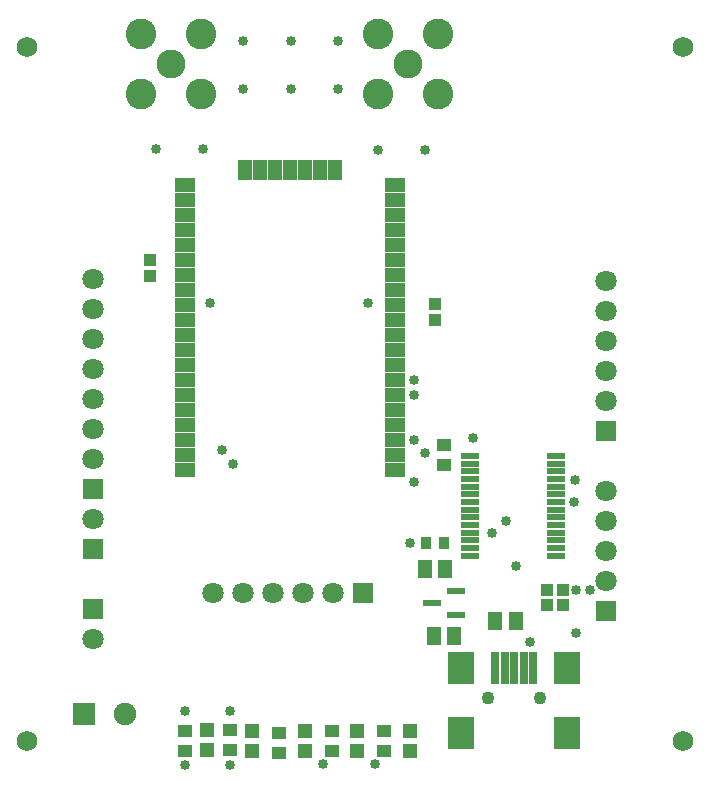
<source format=gbr>
%TF.GenerationSoftware,Altium Limited,Altium NEXUS,2.1.7 (73)*%
G04 Layer_Color=8388736*
%FSLAX44Y44*%
%MOMM*%
%TF.FileFunction,Soldermask,Top*%
%TF.Part,Single*%
G01*
G75*
%TA.AperFunction,SMDPad,CuDef*%
%ADD12R,1.6100X0.6100*%
%ADD41R,1.3032X1.5832*%
%ADD42R,1.2032X1.1032*%
%ADD43R,1.2032X1.3032*%
%ADD44R,2.2032X2.7032*%
%ADD45R,0.7032X2.7032*%
%ADD46R,1.0032X1.1032*%
%ADD47R,1.6002X0.5512*%
%ADD48R,1.1032X1.0032*%
%ADD49R,1.2192X1.7272*%
%ADD50R,1.7272X1.2192*%
%ADD51R,0.9032X1.1032*%
%TA.AperFunction,ViaPad*%
%ADD52C,0.8532*%
%TA.AperFunction,WasherPad*%
%ADD53C,1.7272*%
%TA.AperFunction,ComponentPad*%
%ADD54C,1.1032*%
%ADD55R,1.8032X1.8032*%
%ADD56C,1.8032*%
%ADD57C,2.6032*%
%ADD58C,2.4532*%
%ADD59R,1.9032X1.9032*%
%ADD60C,1.9032*%
%ADD61R,1.8032X1.8032*%
D12*
X627590Y415290D02*
D03*
X647490Y425540D02*
D03*
Y405040D02*
D03*
D41*
X628910Y387350D02*
D03*
X646170D02*
D03*
X638550Y444500D02*
D03*
X621290D02*
D03*
X680980Y400050D02*
D03*
X698240D02*
D03*
D42*
X586740Y289950D02*
D03*
Y306950D02*
D03*
X637540Y532520D02*
D03*
Y549520D02*
D03*
X542290Y289950D02*
D03*
Y306950D02*
D03*
X497840Y288680D02*
D03*
Y305680D02*
D03*
X455930Y308220D02*
D03*
Y291220D02*
D03*
X417830Y306950D02*
D03*
Y289950D02*
D03*
D43*
X608330D02*
D03*
Y306950D02*
D03*
X563880Y289950D02*
D03*
Y306950D02*
D03*
X519430Y289950D02*
D03*
Y306950D02*
D03*
X474980Y290340D02*
D03*
Y307340D02*
D03*
X436880Y291220D02*
D03*
Y308220D02*
D03*
D44*
X741420Y305580D02*
D03*
X652220D02*
D03*
X741420Y360380D02*
D03*
X652220D02*
D03*
D45*
X712820D02*
D03*
X704820D02*
D03*
X696820D02*
D03*
X688820D02*
D03*
X680820D02*
D03*
D46*
X738520Y414020D02*
D03*
X724520D02*
D03*
X738520Y426720D02*
D03*
X724520D02*
D03*
D47*
X659130Y455400D02*
D03*
Y461900D02*
D03*
Y468400D02*
D03*
Y474900D02*
D03*
Y481400D02*
D03*
Y487900D02*
D03*
Y494400D02*
D03*
Y500900D02*
D03*
Y507400D02*
D03*
Y513900D02*
D03*
Y520400D02*
D03*
Y526900D02*
D03*
Y533400D02*
D03*
Y539900D02*
D03*
X732250Y455400D02*
D03*
Y461900D02*
D03*
Y468400D02*
D03*
Y474900D02*
D03*
Y481400D02*
D03*
Y494400D02*
D03*
Y487900D02*
D03*
Y500900D02*
D03*
Y507400D02*
D03*
Y513900D02*
D03*
Y520400D02*
D03*
Y526900D02*
D03*
Y533400D02*
D03*
Y539900D02*
D03*
D48*
X388620Y706150D02*
D03*
Y692150D02*
D03*
X629920Y654670D02*
D03*
Y668670D02*
D03*
D49*
X544830Y782320D02*
D03*
X532130D02*
D03*
X519430D02*
D03*
X506730D02*
D03*
X494030D02*
D03*
X481330D02*
D03*
X468630D02*
D03*
D50*
X417830Y769620D02*
D03*
Y756920D02*
D03*
Y744220D02*
D03*
Y731520D02*
D03*
Y718820D02*
D03*
Y706120D02*
D03*
Y693420D02*
D03*
Y680720D02*
D03*
Y668020D02*
D03*
Y655320D02*
D03*
Y642620D02*
D03*
Y629920D02*
D03*
Y617220D02*
D03*
Y604520D02*
D03*
Y591820D02*
D03*
Y579120D02*
D03*
Y566420D02*
D03*
Y553720D02*
D03*
Y541020D02*
D03*
Y528320D02*
D03*
X595630D02*
D03*
Y541020D02*
D03*
Y553720D02*
D03*
Y566420D02*
D03*
Y579120D02*
D03*
Y591820D02*
D03*
Y604520D02*
D03*
Y617220D02*
D03*
Y629920D02*
D03*
Y642620D02*
D03*
Y655320D02*
D03*
Y668020D02*
D03*
Y680720D02*
D03*
Y693420D02*
D03*
Y706120D02*
D03*
Y718820D02*
D03*
Y731520D02*
D03*
Y744220D02*
D03*
Y756920D02*
D03*
Y769620D02*
D03*
D51*
X622420Y466090D02*
D03*
X637420D02*
D03*
D52*
X698500Y447040D02*
D03*
X393700Y800100D02*
D03*
X621660Y798830D02*
D03*
X581660D02*
D03*
X433070Y800100D02*
D03*
X547370Y850900D02*
D03*
X508000D02*
D03*
X467360D02*
D03*
X547370Y890900D02*
D03*
X508000D02*
D03*
X467360D02*
D03*
X534670Y279400D02*
D03*
X579120D02*
D03*
X760730Y426720D02*
D03*
X749300Y389890D02*
D03*
Y426720D02*
D03*
X661670Y554990D02*
D03*
X689610Y485140D02*
D03*
X612140Y518160D02*
D03*
X678180Y474980D02*
D03*
X608330Y466090D02*
D03*
X748030Y519430D02*
D03*
X747770Y500640D02*
D03*
X709930Y382270D02*
D03*
X455930Y278130D02*
D03*
Y323850D02*
D03*
X417830Y278130D02*
D03*
Y323850D02*
D03*
X621030Y542290D02*
D03*
X572770Y669290D02*
D03*
X439420D02*
D03*
X449580Y544830D02*
D03*
X458470Y533400D02*
D03*
X612140Y604520D02*
D03*
Y591820D02*
D03*
Y553720D02*
D03*
D53*
X284480Y886460D02*
D03*
X839470D02*
D03*
Y298450D02*
D03*
X284480D02*
D03*
D54*
X718820Y335280D02*
D03*
X674820D02*
D03*
D55*
X340360Y461010D02*
D03*
X774370Y561340D02*
D03*
X340360Y410210D02*
D03*
Y511810D02*
D03*
X774370Y408940D02*
D03*
D56*
X340360Y486410D02*
D03*
X774370Y586740D02*
D03*
Y612140D02*
D03*
Y637540D02*
D03*
Y662940D02*
D03*
Y688340D02*
D03*
X340360Y384810D02*
D03*
Y689610D02*
D03*
Y664210D02*
D03*
Y638810D02*
D03*
Y613410D02*
D03*
Y588010D02*
D03*
Y562610D02*
D03*
Y537210D02*
D03*
X774370Y434340D02*
D03*
Y459740D02*
D03*
Y485140D02*
D03*
Y510540D02*
D03*
X543560Y424180D02*
D03*
X518160D02*
D03*
X492760D02*
D03*
X467360D02*
D03*
X441960D02*
D03*
D57*
X581650Y845970D02*
D03*
Y896770D02*
D03*
X632450D02*
D03*
Y845970D02*
D03*
X381330Y846020D02*
D03*
Y896820D02*
D03*
X432130D02*
D03*
Y846020D02*
D03*
D58*
X607050Y871370D02*
D03*
X406730Y871420D02*
D03*
D59*
X332740Y321310D02*
D03*
D60*
X367740D02*
D03*
D61*
X568960Y424180D02*
D03*
%TF.MD5,4610d1a7d00ac729c19cfd1231492809*%
M02*

</source>
